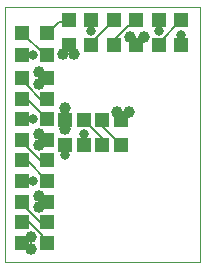
<source format=gtl>
G75*
%MOIN*%
%OFA0B0*%
%FSLAX24Y24*%
%IPPOS*%
%LPD*%
%AMOC8*
5,1,8,0,0,1.08239X$1,22.5*
%
%ADD10C,0.0000*%
%ADD11R,0.0472X0.0472*%
%ADD12C,0.0397*%
%ADD13C,0.0060*%
%ADD14C,0.0317*%
D10*
X002392Y002517D02*
X002392Y011017D01*
X008892Y011017D01*
X008892Y002517D01*
X002392Y002517D01*
D11*
X002978Y003142D03*
X002978Y003829D03*
X002978Y004517D03*
X002978Y005204D03*
X002978Y005892D03*
X002978Y006579D03*
X002978Y007267D03*
X002978Y007954D03*
X002978Y008642D03*
X002978Y009392D03*
X002978Y010142D03*
X003805Y010142D03*
X003805Y009392D03*
X003805Y008642D03*
X003805Y007954D03*
X003805Y007267D03*
X004392Y007243D03*
X005017Y007243D03*
X005642Y007243D03*
X006267Y007243D03*
X006267Y006416D03*
X005642Y006416D03*
X005017Y006416D03*
X004392Y006416D03*
X003805Y006579D03*
X003805Y005892D03*
X003805Y005204D03*
X003805Y004517D03*
X003805Y003829D03*
X003805Y003142D03*
X004517Y009728D03*
X005267Y009728D03*
X006017Y009728D03*
X006767Y009728D03*
X007517Y009728D03*
X008267Y009728D03*
X008267Y010555D03*
X007517Y010555D03*
X006767Y010555D03*
X006017Y010555D03*
X005267Y010555D03*
X004517Y010555D03*
D12*
X004704Y009454D03*
X004329Y009454D03*
X003517Y008829D03*
X003517Y008454D03*
X004392Y007642D03*
X004392Y006954D03*
X003517Y006767D03*
X003517Y006392D03*
X003517Y004704D03*
X003517Y004329D03*
X003267Y003329D03*
X003267Y002954D03*
X006142Y007517D03*
X006517Y007517D03*
X006579Y010017D03*
X007017Y010017D03*
D13*
X007017Y009978D01*
X006767Y009728D01*
X006579Y009916D01*
X006579Y010017D01*
X006603Y010392D02*
X006517Y010392D01*
X006017Y009892D01*
X006017Y009728D01*
X006603Y010392D02*
X006767Y010555D01*
X007517Y010555D02*
X007517Y010204D01*
X007517Y009805D02*
X008267Y010555D01*
X008267Y010079D02*
X008267Y009728D01*
X007517Y009728D02*
X007517Y009805D01*
X006017Y010555D02*
X005267Y009805D01*
X005267Y009728D01*
X005267Y010204D02*
X005267Y010555D01*
X004517Y010555D02*
X004478Y010517D01*
X004204Y010517D01*
X003829Y010142D01*
X003805Y010142D01*
X004329Y009541D02*
X004517Y009728D01*
X004704Y009541D01*
X004704Y009454D01*
X004329Y009454D02*
X004329Y009541D01*
X003805Y009392D02*
X003728Y009392D01*
X002978Y010142D01*
X002978Y009392D02*
X003329Y009392D01*
X003517Y008829D02*
X003618Y008829D01*
X003805Y008642D01*
X003618Y008454D01*
X003517Y008454D01*
X003142Y008478D02*
X002978Y008642D01*
X003142Y008478D02*
X003142Y008392D01*
X003579Y007954D01*
X003805Y007954D01*
X004392Y007642D02*
X004392Y007243D01*
X004392Y006954D01*
X004392Y006416D02*
X004392Y006079D01*
X005017Y006416D02*
X005017Y006767D01*
X005017Y007243D02*
X005041Y007243D01*
X005642Y006642D01*
X005642Y006416D01*
X005642Y007041D02*
X006267Y006416D01*
X005642Y007041D02*
X005642Y007243D01*
X006142Y007368D02*
X006267Y007243D01*
X006416Y007392D01*
X006517Y007392D01*
X006517Y007517D01*
X006142Y007517D02*
X006142Y007368D01*
X003805Y007267D02*
X003118Y007954D01*
X002978Y007954D01*
X002978Y007267D02*
X003329Y007267D01*
X003517Y006767D02*
X003618Y006767D01*
X003805Y006579D01*
X003618Y006392D01*
X003517Y006392D01*
X003142Y006416D02*
X003142Y006329D01*
X003579Y005892D01*
X003805Y005892D01*
X003118Y005892D02*
X003805Y005204D01*
X003329Y005204D02*
X002978Y005204D01*
X003517Y004704D02*
X003618Y004704D01*
X003805Y004517D01*
X003618Y004329D01*
X003517Y004329D01*
X003142Y004353D02*
X003142Y004267D01*
X003579Y003829D01*
X003805Y003829D01*
X003642Y003392D02*
X003642Y003305D01*
X003805Y003142D01*
X003642Y003392D02*
X003204Y003829D01*
X002978Y003829D01*
X003166Y003329D02*
X002978Y003142D01*
X003166Y002954D01*
X003267Y002954D01*
X003267Y003329D02*
X003166Y003329D01*
X003142Y004353D02*
X002978Y004517D01*
X002978Y005892D02*
X003118Y005892D01*
X003142Y006416D02*
X002978Y006579D01*
D14*
X003329Y007267D03*
X004392Y006079D03*
X005017Y006767D03*
X003329Y005204D03*
X003329Y009392D03*
X005267Y010204D03*
X007517Y010204D03*
X008267Y010079D03*
M02*

</source>
